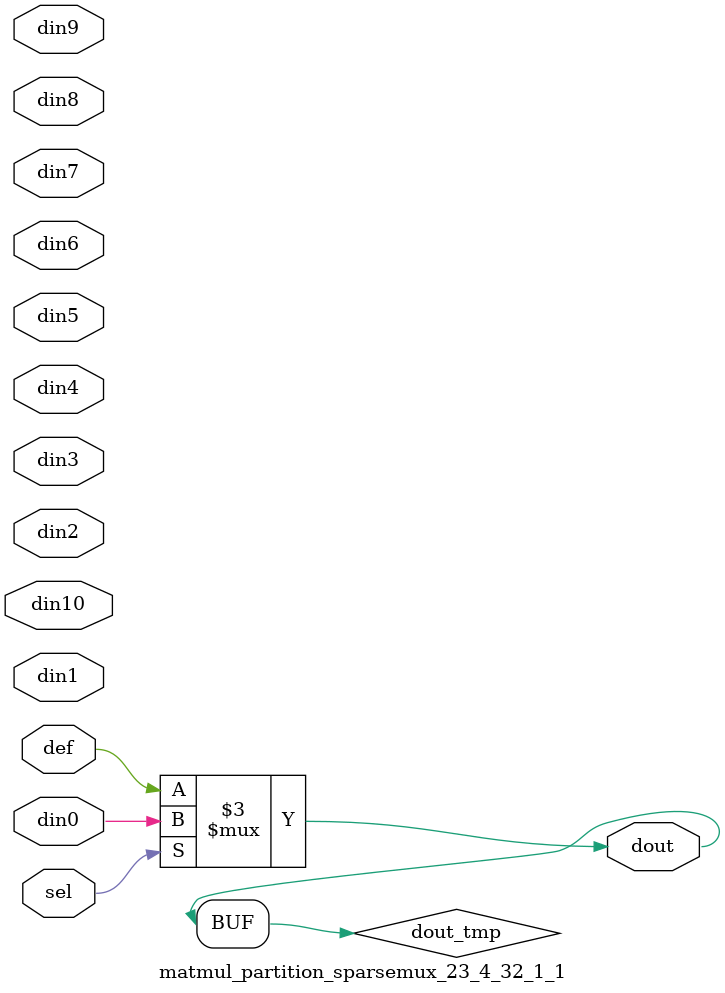
<source format=v>
`timescale 1ns / 1ps

module matmul_partition_sparsemux_23_4_32_1_1 (din0,din1,din2,din3,din4,din5,din6,din7,din8,din9,din10,def,sel,dout);

parameter din0_WIDTH = 1;

parameter din1_WIDTH = 1;

parameter din2_WIDTH = 1;

parameter din3_WIDTH = 1;

parameter din4_WIDTH = 1;

parameter din5_WIDTH = 1;

parameter din6_WIDTH = 1;

parameter din7_WIDTH = 1;

parameter din8_WIDTH = 1;

parameter din9_WIDTH = 1;

parameter din10_WIDTH = 1;

parameter def_WIDTH = 1;
parameter sel_WIDTH = 1;
parameter dout_WIDTH = 1;

parameter [sel_WIDTH-1:0] CASE0 = 1;

parameter [sel_WIDTH-1:0] CASE1 = 1;

parameter [sel_WIDTH-1:0] CASE2 = 1;

parameter [sel_WIDTH-1:0] CASE3 = 1;

parameter [sel_WIDTH-1:0] CASE4 = 1;

parameter [sel_WIDTH-1:0] CASE5 = 1;

parameter [sel_WIDTH-1:0] CASE6 = 1;

parameter [sel_WIDTH-1:0] CASE7 = 1;

parameter [sel_WIDTH-1:0] CASE8 = 1;

parameter [sel_WIDTH-1:0] CASE9 = 1;

parameter [sel_WIDTH-1:0] CASE10 = 1;

parameter ID = 1;
parameter NUM_STAGE = 1;



input [din0_WIDTH-1:0] din0;

input [din1_WIDTH-1:0] din1;

input [din2_WIDTH-1:0] din2;

input [din3_WIDTH-1:0] din3;

input [din4_WIDTH-1:0] din4;

input [din5_WIDTH-1:0] din5;

input [din6_WIDTH-1:0] din6;

input [din7_WIDTH-1:0] din7;

input [din8_WIDTH-1:0] din8;

input [din9_WIDTH-1:0] din9;

input [din10_WIDTH-1:0] din10;

input [def_WIDTH-1:0] def;
input [sel_WIDTH-1:0] sel;

output [dout_WIDTH-1:0] dout;



reg [dout_WIDTH-1:0] dout_tmp;


always @ (*) begin
(* parallel_case *) case (sel)
    
    CASE0 : dout_tmp = din0;
    
    CASE1 : dout_tmp = din1;
    
    CASE2 : dout_tmp = din2;
    
    CASE3 : dout_tmp = din3;
    
    CASE4 : dout_tmp = din4;
    
    CASE5 : dout_tmp = din5;
    
    CASE6 : dout_tmp = din6;
    
    CASE7 : dout_tmp = din7;
    
    CASE8 : dout_tmp = din8;
    
    CASE9 : dout_tmp = din9;
    
    CASE10 : dout_tmp = din10;
    
    default : dout_tmp = def;
endcase
end


assign dout = dout_tmp;



endmodule

</source>
